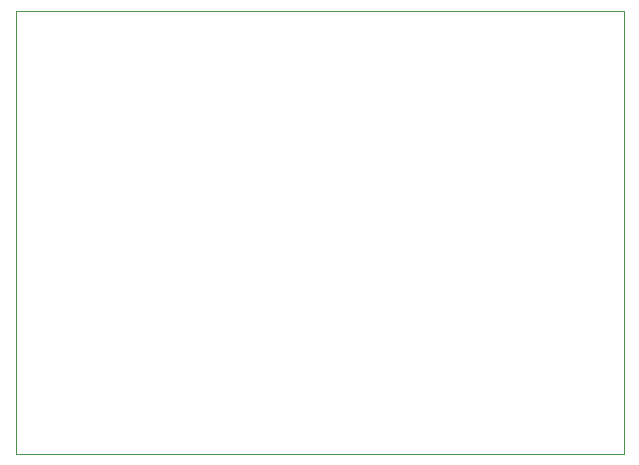
<source format=gbr>
%TF.GenerationSoftware,KiCad,Pcbnew,8.0.7*%
%TF.CreationDate,2025-04-15T22:45:42-07:00*%
%TF.ProjectId,M56PowerPrototype,4d353650-6f77-4657-9250-726f746f7479,rev?*%
%TF.SameCoordinates,Original*%
%TF.FileFunction,Profile,NP*%
%FSLAX46Y46*%
G04 Gerber Fmt 4.6, Leading zero omitted, Abs format (unit mm)*
G04 Created by KiCad (PCBNEW 8.0.7) date 2025-04-15 22:45:42*
%MOMM*%
%LPD*%
G01*
G04 APERTURE LIST*
%TA.AperFunction,Profile*%
%ADD10C,0.050000*%
%TD*%
G04 APERTURE END LIST*
D10*
X64500000Y-31000000D02*
X116000000Y-31000000D01*
X116000000Y-68500000D01*
X64500000Y-68500000D01*
X64500000Y-31000000D01*
M02*

</source>
